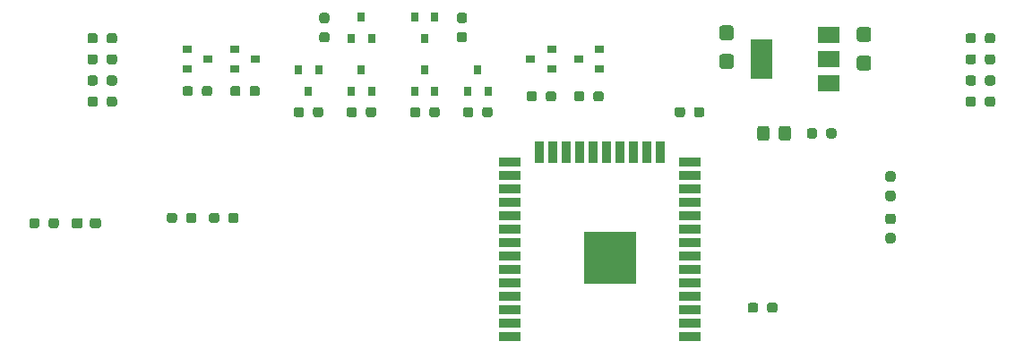
<source format=gbr>
G04 #@! TF.GenerationSoftware,KiCad,Pcbnew,(5.1.10)-1*
G04 #@! TF.CreationDate,2021-08-19T14:27:16+09:00*
G04 #@! TF.ProjectId,driver,64726976-6572-42e6-9b69-6361645f7063,rev?*
G04 #@! TF.SameCoordinates,Original*
G04 #@! TF.FileFunction,Paste,Top*
G04 #@! TF.FilePolarity,Positive*
%FSLAX46Y46*%
G04 Gerber Fmt 4.6, Leading zero omitted, Abs format (unit mm)*
G04 Created by KiCad (PCBNEW (5.1.10)-1) date 2021-08-19 14:27:16*
%MOMM*%
%LPD*%
G01*
G04 APERTURE LIST*
%ADD10R,0.800000X0.900000*%
%ADD11R,0.900000X0.800000*%
%ADD12R,2.000000X3.800000*%
%ADD13R,2.000000X1.500000*%
%ADD14R,5.000000X5.000000*%
%ADD15R,2.000000X0.900000*%
%ADD16R,0.900000X2.000000*%
G04 APERTURE END LIST*
G36*
G01*
X80074999Y-6650000D02*
X80925001Y-6650000D01*
G75*
G02*
X81175000Y-6899999I0J-249999D01*
G01*
X81175000Y-7800001D01*
G75*
G02*
X80925001Y-8050000I-249999J0D01*
G01*
X80074999Y-8050000D01*
G75*
G02*
X79825000Y-7800001I0J249999D01*
G01*
X79825000Y-6899999D01*
G75*
G02*
X80074999Y-6650000I249999J0D01*
G01*
G37*
G36*
G01*
X80074999Y-3950000D02*
X80925001Y-3950000D01*
G75*
G02*
X81175000Y-4199999I0J-249999D01*
G01*
X81175000Y-5100001D01*
G75*
G02*
X80925001Y-5350000I-249999J0D01*
G01*
X80074999Y-5350000D01*
G75*
G02*
X79825000Y-5100001I0J249999D01*
G01*
X79825000Y-4199999D01*
G75*
G02*
X80074999Y-3950000I249999J0D01*
G01*
G37*
G36*
G01*
X67925001Y-7900000D02*
X67074999Y-7900000D01*
G75*
G02*
X66825000Y-7650001I0J249999D01*
G01*
X66825000Y-6749999D01*
G75*
G02*
X67074999Y-6500000I249999J0D01*
G01*
X67925001Y-6500000D01*
G75*
G02*
X68175000Y-6749999I0J-249999D01*
G01*
X68175000Y-7650001D01*
G75*
G02*
X67925001Y-7900000I-249999J0D01*
G01*
G37*
G36*
G01*
X67925001Y-5200000D02*
X67074999Y-5200000D01*
G75*
G02*
X66825000Y-4950001I0J249999D01*
G01*
X66825000Y-4049999D01*
G75*
G02*
X67074999Y-3800000I249999J0D01*
G01*
X67925001Y-3800000D01*
G75*
G02*
X68175000Y-4049999I0J-249999D01*
G01*
X68175000Y-4950001D01*
G75*
G02*
X67925001Y-5200000I-249999J0D01*
G01*
G37*
G36*
G01*
X5600000Y-22737500D02*
X5600000Y-22262500D01*
G75*
G02*
X5837500Y-22025000I237500J0D01*
G01*
X6437500Y-22025000D01*
G75*
G02*
X6675000Y-22262500I0J-237500D01*
G01*
X6675000Y-22737500D01*
G75*
G02*
X6437500Y-22975000I-237500J0D01*
G01*
X5837500Y-22975000D01*
G75*
G02*
X5600000Y-22737500I0J237500D01*
G01*
G37*
G36*
G01*
X7325000Y-22737500D02*
X7325000Y-22262500D01*
G75*
G02*
X7562500Y-22025000I237500J0D01*
G01*
X8162500Y-22025000D01*
G75*
G02*
X8400000Y-22262500I0J-237500D01*
G01*
X8400000Y-22737500D01*
G75*
G02*
X8162500Y-22975000I-237500J0D01*
G01*
X7562500Y-22975000D01*
G75*
G02*
X7325000Y-22737500I0J237500D01*
G01*
G37*
G36*
G01*
X73600000Y-13549999D02*
X73600000Y-14450001D01*
G75*
G02*
X73350001Y-14700000I-249999J0D01*
G01*
X72699999Y-14700000D01*
G75*
G02*
X72450000Y-14450001I0J249999D01*
G01*
X72450000Y-13549999D01*
G75*
G02*
X72699999Y-13300000I249999J0D01*
G01*
X73350001Y-13300000D01*
G75*
G02*
X73600000Y-13549999I0J-249999D01*
G01*
G37*
G36*
G01*
X71550000Y-13549999D02*
X71550000Y-14450001D01*
G75*
G02*
X71300001Y-14700000I-249999J0D01*
G01*
X70649999Y-14700000D01*
G75*
G02*
X70400000Y-14450001I0J249999D01*
G01*
X70400000Y-13549999D01*
G75*
G02*
X70649999Y-13300000I249999J0D01*
G01*
X71300001Y-13300000D01*
G75*
G02*
X71550000Y-13549999I0J-249999D01*
G01*
G37*
D10*
X43050000Y-10000000D03*
X44950000Y-10000000D03*
X44000000Y-8000000D03*
D11*
X49000000Y-7000000D03*
X51000000Y-6050000D03*
X51000000Y-7950000D03*
D10*
X39000000Y-5000000D03*
X38050000Y-3000000D03*
X39950000Y-3000000D03*
X39000000Y-8000000D03*
X39950000Y-10000000D03*
X38050000Y-10000000D03*
D11*
X55500000Y-7950000D03*
X55500000Y-6050000D03*
X53500000Y-7000000D03*
D10*
X28950000Y-8000000D03*
X27050000Y-8000000D03*
X28000000Y-10000000D03*
D11*
X21000000Y-6050000D03*
X21000000Y-7950000D03*
X23000000Y-7000000D03*
D10*
X33000000Y-3000000D03*
X33950000Y-5000000D03*
X32050000Y-5000000D03*
X32050000Y-10000000D03*
X33950000Y-10000000D03*
X33000000Y-8000000D03*
D11*
X18500000Y-7000000D03*
X16500000Y-7950000D03*
X16500000Y-6050000D03*
G36*
G01*
X16425000Y-22237500D02*
X16425000Y-21762500D01*
G75*
G02*
X16662500Y-21525000I237500J0D01*
G01*
X17162500Y-21525000D01*
G75*
G02*
X17400000Y-21762500I0J-237500D01*
G01*
X17400000Y-22237500D01*
G75*
G02*
X17162500Y-22475000I-237500J0D01*
G01*
X16662500Y-22475000D01*
G75*
G02*
X16425000Y-22237500I0J237500D01*
G01*
G37*
G36*
G01*
X14600000Y-22237500D02*
X14600000Y-21762500D01*
G75*
G02*
X14837500Y-21525000I237500J0D01*
G01*
X15337500Y-21525000D01*
G75*
G02*
X15575000Y-21762500I0J-237500D01*
G01*
X15575000Y-22237500D01*
G75*
G02*
X15337500Y-22475000I-237500J0D01*
G01*
X14837500Y-22475000D01*
G75*
G02*
X14600000Y-22237500I0J237500D01*
G01*
G37*
G36*
G01*
X76925000Y-14237500D02*
X76925000Y-13762500D01*
G75*
G02*
X77162500Y-13525000I237500J0D01*
G01*
X77662500Y-13525000D01*
G75*
G02*
X77900000Y-13762500I0J-237500D01*
G01*
X77900000Y-14237500D01*
G75*
G02*
X77662500Y-14475000I-237500J0D01*
G01*
X77162500Y-14475000D01*
G75*
G02*
X76925000Y-14237500I0J237500D01*
G01*
G37*
G36*
G01*
X75100000Y-14237500D02*
X75100000Y-13762500D01*
G75*
G02*
X75337500Y-13525000I237500J0D01*
G01*
X75837500Y-13525000D01*
G75*
G02*
X76075000Y-13762500I0J-237500D01*
G01*
X76075000Y-14237500D01*
G75*
G02*
X75837500Y-14475000I-237500J0D01*
G01*
X75337500Y-14475000D01*
G75*
G02*
X75100000Y-14237500I0J237500D01*
G01*
G37*
G36*
G01*
X21400000Y-21762500D02*
X21400000Y-22237500D01*
G75*
G02*
X21162500Y-22475000I-237500J0D01*
G01*
X20662500Y-22475000D01*
G75*
G02*
X20425000Y-22237500I0J237500D01*
G01*
X20425000Y-21762500D01*
G75*
G02*
X20662500Y-21525000I237500J0D01*
G01*
X21162500Y-21525000D01*
G75*
G02*
X21400000Y-21762500I0J-237500D01*
G01*
G37*
G36*
G01*
X19575000Y-21762500D02*
X19575000Y-22237500D01*
G75*
G02*
X19337500Y-22475000I-237500J0D01*
G01*
X18837500Y-22475000D01*
G75*
G02*
X18600000Y-22237500I0J237500D01*
G01*
X18600000Y-21762500D01*
G75*
G02*
X18837500Y-21525000I237500J0D01*
G01*
X19337500Y-21525000D01*
G75*
G02*
X19575000Y-21762500I0J-237500D01*
G01*
G37*
G36*
G01*
X82762500Y-21600000D02*
X83237500Y-21600000D01*
G75*
G02*
X83475000Y-21837500I0J-237500D01*
G01*
X83475000Y-22337500D01*
G75*
G02*
X83237500Y-22575000I-237500J0D01*
G01*
X82762500Y-22575000D01*
G75*
G02*
X82525000Y-22337500I0J237500D01*
G01*
X82525000Y-21837500D01*
G75*
G02*
X82762500Y-21600000I237500J0D01*
G01*
G37*
G36*
G01*
X82762500Y-23425000D02*
X83237500Y-23425000D01*
G75*
G02*
X83475000Y-23662500I0J-237500D01*
G01*
X83475000Y-24162500D01*
G75*
G02*
X83237500Y-24400000I-237500J0D01*
G01*
X82762500Y-24400000D01*
G75*
G02*
X82525000Y-24162500I0J237500D01*
G01*
X82525000Y-23662500D01*
G75*
G02*
X82762500Y-23425000I237500J0D01*
G01*
G37*
G36*
G01*
X1600000Y-22737500D02*
X1600000Y-22262500D01*
G75*
G02*
X1837500Y-22025000I237500J0D01*
G01*
X2337500Y-22025000D01*
G75*
G02*
X2575000Y-22262500I0J-237500D01*
G01*
X2575000Y-22737500D01*
G75*
G02*
X2337500Y-22975000I-237500J0D01*
G01*
X1837500Y-22975000D01*
G75*
G02*
X1600000Y-22737500I0J237500D01*
G01*
G37*
G36*
G01*
X3425000Y-22737500D02*
X3425000Y-22262500D01*
G75*
G02*
X3662500Y-22025000I237500J0D01*
G01*
X4162500Y-22025000D01*
G75*
G02*
X4400000Y-22262500I0J-237500D01*
G01*
X4400000Y-22737500D01*
G75*
G02*
X4162500Y-22975000I-237500J0D01*
G01*
X3662500Y-22975000D01*
G75*
G02*
X3425000Y-22737500I0J237500D01*
G01*
G37*
G36*
G01*
X82762500Y-19425000D02*
X83237500Y-19425000D01*
G75*
G02*
X83475000Y-19662500I0J-237500D01*
G01*
X83475000Y-20162500D01*
G75*
G02*
X83237500Y-20400000I-237500J0D01*
G01*
X82762500Y-20400000D01*
G75*
G02*
X82525000Y-20162500I0J237500D01*
G01*
X82525000Y-19662500D01*
G75*
G02*
X82762500Y-19425000I237500J0D01*
G01*
G37*
G36*
G01*
X82762500Y-17600000D02*
X83237500Y-17600000D01*
G75*
G02*
X83475000Y-17837500I0J-237500D01*
G01*
X83475000Y-18337500D01*
G75*
G02*
X83237500Y-18575000I-237500J0D01*
G01*
X82762500Y-18575000D01*
G75*
G02*
X82525000Y-18337500I0J237500D01*
G01*
X82525000Y-17837500D01*
G75*
G02*
X82762500Y-17600000I237500J0D01*
G01*
G37*
G36*
G01*
X42262500Y-2600000D02*
X42737500Y-2600000D01*
G75*
G02*
X42975000Y-2837500I0J-237500D01*
G01*
X42975000Y-3337500D01*
G75*
G02*
X42737500Y-3575000I-237500J0D01*
G01*
X42262500Y-3575000D01*
G75*
G02*
X42025000Y-3337500I0J237500D01*
G01*
X42025000Y-2837500D01*
G75*
G02*
X42262500Y-2600000I237500J0D01*
G01*
G37*
G36*
G01*
X42262500Y-4425000D02*
X42737500Y-4425000D01*
G75*
G02*
X42975000Y-4662500I0J-237500D01*
G01*
X42975000Y-5162500D01*
G75*
G02*
X42737500Y-5400000I-237500J0D01*
G01*
X42262500Y-5400000D01*
G75*
G02*
X42025000Y-5162500I0J237500D01*
G01*
X42025000Y-4662500D01*
G75*
G02*
X42262500Y-4425000I237500J0D01*
G01*
G37*
G36*
G01*
X43575000Y-11762500D02*
X43575000Y-12237500D01*
G75*
G02*
X43337500Y-12475000I-237500J0D01*
G01*
X42837500Y-12475000D01*
G75*
G02*
X42600000Y-12237500I0J237500D01*
G01*
X42600000Y-11762500D01*
G75*
G02*
X42837500Y-11525000I237500J0D01*
G01*
X43337500Y-11525000D01*
G75*
G02*
X43575000Y-11762500I0J-237500D01*
G01*
G37*
G36*
G01*
X45400000Y-11762500D02*
X45400000Y-12237500D01*
G75*
G02*
X45162500Y-12475000I-237500J0D01*
G01*
X44662500Y-12475000D01*
G75*
G02*
X44425000Y-12237500I0J237500D01*
G01*
X44425000Y-11762500D01*
G75*
G02*
X44662500Y-11525000I237500J0D01*
G01*
X45162500Y-11525000D01*
G75*
G02*
X45400000Y-11762500I0J-237500D01*
G01*
G37*
G36*
G01*
X53100000Y-10737500D02*
X53100000Y-10262500D01*
G75*
G02*
X53337500Y-10025000I237500J0D01*
G01*
X53837500Y-10025000D01*
G75*
G02*
X54075000Y-10262500I0J-237500D01*
G01*
X54075000Y-10737500D01*
G75*
G02*
X53837500Y-10975000I-237500J0D01*
G01*
X53337500Y-10975000D01*
G75*
G02*
X53100000Y-10737500I0J237500D01*
G01*
G37*
G36*
G01*
X54925000Y-10737500D02*
X54925000Y-10262500D01*
G75*
G02*
X55162500Y-10025000I237500J0D01*
G01*
X55662500Y-10025000D01*
G75*
G02*
X55900000Y-10262500I0J-237500D01*
G01*
X55900000Y-10737500D01*
G75*
G02*
X55662500Y-10975000I-237500J0D01*
G01*
X55162500Y-10975000D01*
G75*
G02*
X54925000Y-10737500I0J237500D01*
G01*
G37*
G36*
G01*
X91925000Y-7237500D02*
X91925000Y-6762500D01*
G75*
G02*
X92162500Y-6525000I237500J0D01*
G01*
X92662500Y-6525000D01*
G75*
G02*
X92900000Y-6762500I0J-237500D01*
G01*
X92900000Y-7237500D01*
G75*
G02*
X92662500Y-7475000I-237500J0D01*
G01*
X92162500Y-7475000D01*
G75*
G02*
X91925000Y-7237500I0J237500D01*
G01*
G37*
G36*
G01*
X90100000Y-7237500D02*
X90100000Y-6762500D01*
G75*
G02*
X90337500Y-6525000I237500J0D01*
G01*
X90837500Y-6525000D01*
G75*
G02*
X91075000Y-6762500I0J-237500D01*
G01*
X91075000Y-7237500D01*
G75*
G02*
X90837500Y-7475000I-237500J0D01*
G01*
X90337500Y-7475000D01*
G75*
G02*
X90100000Y-7237500I0J237500D01*
G01*
G37*
G36*
G01*
X37600000Y-12237500D02*
X37600000Y-11762500D01*
G75*
G02*
X37837500Y-11525000I237500J0D01*
G01*
X38337500Y-11525000D01*
G75*
G02*
X38575000Y-11762500I0J-237500D01*
G01*
X38575000Y-12237500D01*
G75*
G02*
X38337500Y-12475000I-237500J0D01*
G01*
X37837500Y-12475000D01*
G75*
G02*
X37600000Y-12237500I0J237500D01*
G01*
G37*
G36*
G01*
X39425000Y-12237500D02*
X39425000Y-11762500D01*
G75*
G02*
X39662500Y-11525000I237500J0D01*
G01*
X40162500Y-11525000D01*
G75*
G02*
X40400000Y-11762500I0J-237500D01*
G01*
X40400000Y-12237500D01*
G75*
G02*
X40162500Y-12475000I-237500J0D01*
G01*
X39662500Y-12475000D01*
G75*
G02*
X39425000Y-12237500I0J237500D01*
G01*
G37*
G36*
G01*
X91925000Y-9237500D02*
X91925000Y-8762500D01*
G75*
G02*
X92162500Y-8525000I237500J0D01*
G01*
X92662500Y-8525000D01*
G75*
G02*
X92900000Y-8762500I0J-237500D01*
G01*
X92900000Y-9237500D01*
G75*
G02*
X92662500Y-9475000I-237500J0D01*
G01*
X92162500Y-9475000D01*
G75*
G02*
X91925000Y-9237500I0J237500D01*
G01*
G37*
G36*
G01*
X90100000Y-9237500D02*
X90100000Y-8762500D01*
G75*
G02*
X90337500Y-8525000I237500J0D01*
G01*
X90837500Y-8525000D01*
G75*
G02*
X91075000Y-8762500I0J-237500D01*
G01*
X91075000Y-9237500D01*
G75*
G02*
X90837500Y-9475000I-237500J0D01*
G01*
X90337500Y-9475000D01*
G75*
G02*
X90100000Y-9237500I0J237500D01*
G01*
G37*
G36*
G01*
X90100000Y-5237500D02*
X90100000Y-4762500D01*
G75*
G02*
X90337500Y-4525000I237500J0D01*
G01*
X90837500Y-4525000D01*
G75*
G02*
X91075000Y-4762500I0J-237500D01*
G01*
X91075000Y-5237500D01*
G75*
G02*
X90837500Y-5475000I-237500J0D01*
G01*
X90337500Y-5475000D01*
G75*
G02*
X90100000Y-5237500I0J237500D01*
G01*
G37*
G36*
G01*
X91925000Y-5237500D02*
X91925000Y-4762500D01*
G75*
G02*
X92162500Y-4525000I237500J0D01*
G01*
X92662500Y-4525000D01*
G75*
G02*
X92900000Y-4762500I0J-237500D01*
G01*
X92900000Y-5237500D01*
G75*
G02*
X92662500Y-5475000I-237500J0D01*
G01*
X92162500Y-5475000D01*
G75*
G02*
X91925000Y-5237500I0J237500D01*
G01*
G37*
G36*
G01*
X49575000Y-10262500D02*
X49575000Y-10737500D01*
G75*
G02*
X49337500Y-10975000I-237500J0D01*
G01*
X48837500Y-10975000D01*
G75*
G02*
X48600000Y-10737500I0J237500D01*
G01*
X48600000Y-10262500D01*
G75*
G02*
X48837500Y-10025000I237500J0D01*
G01*
X49337500Y-10025000D01*
G75*
G02*
X49575000Y-10262500I0J-237500D01*
G01*
G37*
G36*
G01*
X51400000Y-10262500D02*
X51400000Y-10737500D01*
G75*
G02*
X51162500Y-10975000I-237500J0D01*
G01*
X50662500Y-10975000D01*
G75*
G02*
X50425000Y-10737500I0J237500D01*
G01*
X50425000Y-10262500D01*
G75*
G02*
X50662500Y-10025000I237500J0D01*
G01*
X51162500Y-10025000D01*
G75*
G02*
X51400000Y-10262500I0J-237500D01*
G01*
G37*
G36*
G01*
X29737500Y-3575000D02*
X29262500Y-3575000D01*
G75*
G02*
X29025000Y-3337500I0J237500D01*
G01*
X29025000Y-2837500D01*
G75*
G02*
X29262500Y-2600000I237500J0D01*
G01*
X29737500Y-2600000D01*
G75*
G02*
X29975000Y-2837500I0J-237500D01*
G01*
X29975000Y-3337500D01*
G75*
G02*
X29737500Y-3575000I-237500J0D01*
G01*
G37*
G36*
G01*
X29737500Y-5400000D02*
X29262500Y-5400000D01*
G75*
G02*
X29025000Y-5162500I0J237500D01*
G01*
X29025000Y-4662500D01*
G75*
G02*
X29262500Y-4425000I237500J0D01*
G01*
X29737500Y-4425000D01*
G75*
G02*
X29975000Y-4662500I0J-237500D01*
G01*
X29975000Y-5162500D01*
G75*
G02*
X29737500Y-5400000I-237500J0D01*
G01*
G37*
G36*
G01*
X26600000Y-12237500D02*
X26600000Y-11762500D01*
G75*
G02*
X26837500Y-11525000I237500J0D01*
G01*
X27337500Y-11525000D01*
G75*
G02*
X27575000Y-11762500I0J-237500D01*
G01*
X27575000Y-12237500D01*
G75*
G02*
X27337500Y-12475000I-237500J0D01*
G01*
X26837500Y-12475000D01*
G75*
G02*
X26600000Y-12237500I0J237500D01*
G01*
G37*
G36*
G01*
X28425000Y-12237500D02*
X28425000Y-11762500D01*
G75*
G02*
X28662500Y-11525000I237500J0D01*
G01*
X29162500Y-11525000D01*
G75*
G02*
X29400000Y-11762500I0J-237500D01*
G01*
X29400000Y-12237500D01*
G75*
G02*
X29162500Y-12475000I-237500J0D01*
G01*
X28662500Y-12475000D01*
G75*
G02*
X28425000Y-12237500I0J237500D01*
G01*
G37*
G36*
G01*
X17075000Y-9762500D02*
X17075000Y-10237500D01*
G75*
G02*
X16837500Y-10475000I-237500J0D01*
G01*
X16337500Y-10475000D01*
G75*
G02*
X16100000Y-10237500I0J237500D01*
G01*
X16100000Y-9762500D01*
G75*
G02*
X16337500Y-9525000I237500J0D01*
G01*
X16837500Y-9525000D01*
G75*
G02*
X17075000Y-9762500I0J-237500D01*
G01*
G37*
G36*
G01*
X18900000Y-9762500D02*
X18900000Y-10237500D01*
G75*
G02*
X18662500Y-10475000I-237500J0D01*
G01*
X18162500Y-10475000D01*
G75*
G02*
X17925000Y-10237500I0J237500D01*
G01*
X17925000Y-9762500D01*
G75*
G02*
X18162500Y-9525000I237500J0D01*
G01*
X18662500Y-9525000D01*
G75*
G02*
X18900000Y-9762500I0J-237500D01*
G01*
G37*
G36*
G01*
X72312500Y-30262500D02*
X72312500Y-30737500D01*
G75*
G02*
X72075000Y-30975000I-237500J0D01*
G01*
X71575000Y-30975000D01*
G75*
G02*
X71337500Y-30737500I0J237500D01*
G01*
X71337500Y-30262500D01*
G75*
G02*
X71575000Y-30025000I237500J0D01*
G01*
X72075000Y-30025000D01*
G75*
G02*
X72312500Y-30262500I0J-237500D01*
G01*
G37*
G36*
G01*
X70487500Y-30262500D02*
X70487500Y-30737500D01*
G75*
G02*
X70250000Y-30975000I-237500J0D01*
G01*
X69750000Y-30975000D01*
G75*
G02*
X69512500Y-30737500I0J237500D01*
G01*
X69512500Y-30262500D01*
G75*
G02*
X69750000Y-30025000I237500J0D01*
G01*
X70250000Y-30025000D01*
G75*
G02*
X70487500Y-30262500I0J-237500D01*
G01*
G37*
G36*
G01*
X63575000Y-11762500D02*
X63575000Y-12237500D01*
G75*
G02*
X63337500Y-12475000I-237500J0D01*
G01*
X62837500Y-12475000D01*
G75*
G02*
X62600000Y-12237500I0J237500D01*
G01*
X62600000Y-11762500D01*
G75*
G02*
X62837500Y-11525000I237500J0D01*
G01*
X63337500Y-11525000D01*
G75*
G02*
X63575000Y-11762500I0J-237500D01*
G01*
G37*
G36*
G01*
X65400000Y-11762500D02*
X65400000Y-12237500D01*
G75*
G02*
X65162500Y-12475000I-237500J0D01*
G01*
X64662500Y-12475000D01*
G75*
G02*
X64425000Y-12237500I0J237500D01*
G01*
X64425000Y-11762500D01*
G75*
G02*
X64662500Y-11525000I237500J0D01*
G01*
X65162500Y-11525000D01*
G75*
G02*
X65400000Y-11762500I0J-237500D01*
G01*
G37*
G36*
G01*
X9900000Y-8762500D02*
X9900000Y-9237500D01*
G75*
G02*
X9662500Y-9475000I-237500J0D01*
G01*
X9162500Y-9475000D01*
G75*
G02*
X8925000Y-9237500I0J237500D01*
G01*
X8925000Y-8762500D01*
G75*
G02*
X9162500Y-8525000I237500J0D01*
G01*
X9662500Y-8525000D01*
G75*
G02*
X9900000Y-8762500I0J-237500D01*
G01*
G37*
G36*
G01*
X8075000Y-8762500D02*
X8075000Y-9237500D01*
G75*
G02*
X7837500Y-9475000I-237500J0D01*
G01*
X7337500Y-9475000D01*
G75*
G02*
X7100000Y-9237500I0J237500D01*
G01*
X7100000Y-8762500D01*
G75*
G02*
X7337500Y-8525000I237500J0D01*
G01*
X7837500Y-8525000D01*
G75*
G02*
X8075000Y-8762500I0J-237500D01*
G01*
G37*
G36*
G01*
X33425000Y-12237500D02*
X33425000Y-11762500D01*
G75*
G02*
X33662500Y-11525000I237500J0D01*
G01*
X34162500Y-11525000D01*
G75*
G02*
X34400000Y-11762500I0J-237500D01*
G01*
X34400000Y-12237500D01*
G75*
G02*
X34162500Y-12475000I-237500J0D01*
G01*
X33662500Y-12475000D01*
G75*
G02*
X33425000Y-12237500I0J237500D01*
G01*
G37*
G36*
G01*
X31600000Y-12237500D02*
X31600000Y-11762500D01*
G75*
G02*
X31837500Y-11525000I237500J0D01*
G01*
X32337500Y-11525000D01*
G75*
G02*
X32575000Y-11762500I0J-237500D01*
G01*
X32575000Y-12237500D01*
G75*
G02*
X32337500Y-12475000I-237500J0D01*
G01*
X31837500Y-12475000D01*
G75*
G02*
X31600000Y-12237500I0J237500D01*
G01*
G37*
G36*
G01*
X9900000Y-6762500D02*
X9900000Y-7237500D01*
G75*
G02*
X9662500Y-7475000I-237500J0D01*
G01*
X9162500Y-7475000D01*
G75*
G02*
X8925000Y-7237500I0J237500D01*
G01*
X8925000Y-6762500D01*
G75*
G02*
X9162500Y-6525000I237500J0D01*
G01*
X9662500Y-6525000D01*
G75*
G02*
X9900000Y-6762500I0J-237500D01*
G01*
G37*
G36*
G01*
X8075000Y-6762500D02*
X8075000Y-7237500D01*
G75*
G02*
X7837500Y-7475000I-237500J0D01*
G01*
X7337500Y-7475000D01*
G75*
G02*
X7100000Y-7237500I0J237500D01*
G01*
X7100000Y-6762500D01*
G75*
G02*
X7337500Y-6525000I237500J0D01*
G01*
X7837500Y-6525000D01*
G75*
G02*
X8075000Y-6762500I0J-237500D01*
G01*
G37*
G36*
G01*
X8075000Y-10762500D02*
X8075000Y-11237500D01*
G75*
G02*
X7837500Y-11475000I-237500J0D01*
G01*
X7337500Y-11475000D01*
G75*
G02*
X7100000Y-11237500I0J237500D01*
G01*
X7100000Y-10762500D01*
G75*
G02*
X7337500Y-10525000I237500J0D01*
G01*
X7837500Y-10525000D01*
G75*
G02*
X8075000Y-10762500I0J-237500D01*
G01*
G37*
G36*
G01*
X9900000Y-10762500D02*
X9900000Y-11237500D01*
G75*
G02*
X9662500Y-11475000I-237500J0D01*
G01*
X9162500Y-11475000D01*
G75*
G02*
X8925000Y-11237500I0J237500D01*
G01*
X8925000Y-10762500D01*
G75*
G02*
X9162500Y-10525000I237500J0D01*
G01*
X9662500Y-10525000D01*
G75*
G02*
X9900000Y-10762500I0J-237500D01*
G01*
G37*
G36*
G01*
X23400000Y-9762500D02*
X23400000Y-10237500D01*
G75*
G02*
X23162500Y-10475000I-237500J0D01*
G01*
X22662500Y-10475000D01*
G75*
G02*
X22425000Y-10237500I0J237500D01*
G01*
X22425000Y-9762500D01*
G75*
G02*
X22662500Y-9525000I237500J0D01*
G01*
X23162500Y-9525000D01*
G75*
G02*
X23400000Y-9762500I0J-237500D01*
G01*
G37*
G36*
G01*
X21575000Y-9762500D02*
X21575000Y-10237500D01*
G75*
G02*
X21337500Y-10475000I-237500J0D01*
G01*
X20837500Y-10475000D01*
G75*
G02*
X20600000Y-10237500I0J237500D01*
G01*
X20600000Y-9762500D01*
G75*
G02*
X20837500Y-9525000I237500J0D01*
G01*
X21337500Y-9525000D01*
G75*
G02*
X21575000Y-9762500I0J-237500D01*
G01*
G37*
G36*
G01*
X90100000Y-11237500D02*
X90100000Y-10762500D01*
G75*
G02*
X90337500Y-10525000I237500J0D01*
G01*
X90837500Y-10525000D01*
G75*
G02*
X91075000Y-10762500I0J-237500D01*
G01*
X91075000Y-11237500D01*
G75*
G02*
X90837500Y-11475000I-237500J0D01*
G01*
X90337500Y-11475000D01*
G75*
G02*
X90100000Y-11237500I0J237500D01*
G01*
G37*
G36*
G01*
X91925000Y-11237500D02*
X91925000Y-10762500D01*
G75*
G02*
X92162500Y-10525000I237500J0D01*
G01*
X92662500Y-10525000D01*
G75*
G02*
X92900000Y-10762500I0J-237500D01*
G01*
X92900000Y-11237500D01*
G75*
G02*
X92662500Y-11475000I-237500J0D01*
G01*
X92162500Y-11475000D01*
G75*
G02*
X91925000Y-11237500I0J237500D01*
G01*
G37*
G36*
G01*
X8075000Y-4762500D02*
X8075000Y-5237500D01*
G75*
G02*
X7837500Y-5475000I-237500J0D01*
G01*
X7337500Y-5475000D01*
G75*
G02*
X7100000Y-5237500I0J237500D01*
G01*
X7100000Y-4762500D01*
G75*
G02*
X7337500Y-4525000I237500J0D01*
G01*
X7837500Y-4525000D01*
G75*
G02*
X8075000Y-4762500I0J-237500D01*
G01*
G37*
G36*
G01*
X9900000Y-4762500D02*
X9900000Y-5237500D01*
G75*
G02*
X9662500Y-5475000I-237500J0D01*
G01*
X9162500Y-5475000D01*
G75*
G02*
X8925000Y-5237500I0J237500D01*
G01*
X8925000Y-4762500D01*
G75*
G02*
X9162500Y-4525000I237500J0D01*
G01*
X9662500Y-4525000D01*
G75*
G02*
X9900000Y-4762500I0J-237500D01*
G01*
G37*
D12*
X70850000Y-7000000D03*
D13*
X77150000Y-7000000D03*
X77150000Y-4700000D03*
X77150000Y-9300000D03*
D14*
X56500000Y-25755000D03*
D15*
X64000000Y-33255000D03*
X64000000Y-31985000D03*
X64000000Y-30715000D03*
X64000000Y-29445000D03*
X64000000Y-28175000D03*
X64000000Y-26905000D03*
X64000000Y-25635000D03*
X64000000Y-24365000D03*
X64000000Y-23095000D03*
X64000000Y-21825000D03*
X64000000Y-20555000D03*
X64000000Y-19285000D03*
X64000000Y-18015000D03*
X64000000Y-16745000D03*
D16*
X61215000Y-15745000D03*
X59945000Y-15745000D03*
X58675000Y-15745000D03*
X57405000Y-15745000D03*
X56135000Y-15745000D03*
X54865000Y-15745000D03*
X53595000Y-15745000D03*
X52325000Y-15745000D03*
X51055000Y-15745000D03*
X49785000Y-15745000D03*
D15*
X47000000Y-16745000D03*
X47000000Y-18015000D03*
X47000000Y-19285000D03*
X47000000Y-20555000D03*
X47000000Y-21825000D03*
X47000000Y-23095000D03*
X47000000Y-24365000D03*
X47000000Y-25635000D03*
X47000000Y-26905000D03*
X47000000Y-28175000D03*
X47000000Y-29445000D03*
X47000000Y-30715000D03*
X47000000Y-31985000D03*
X47000000Y-33255000D03*
M02*

</source>
